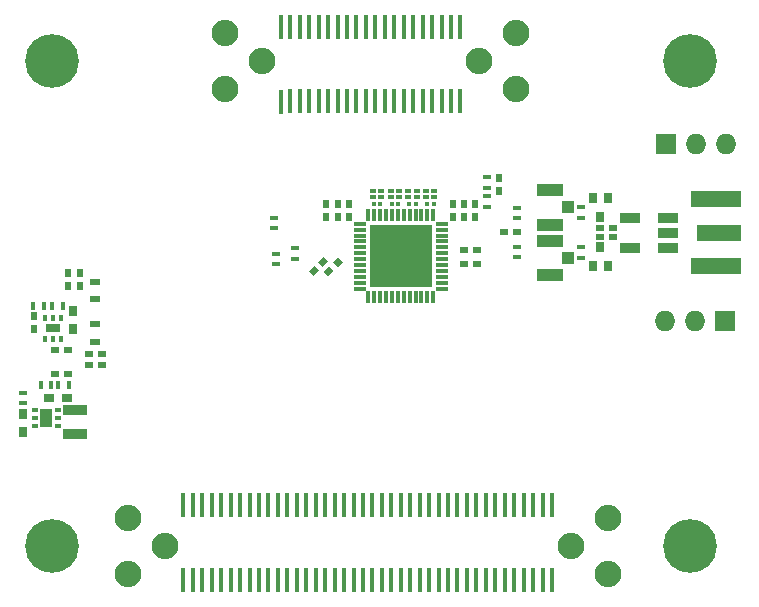
<source format=gts>
G04 #@! TF.FileFunction,Soldermask,Top*
%FSLAX46Y46*%
G04 Gerber Fmt 4.6, Leading zero omitted, Abs format (unit mm)*
G04 Created by KiCad (PCBNEW 4.0.7) date 08/22/18 22:13:16*
%MOMM*%
%LPD*%
G01*
G04 APERTURE LIST*
%ADD10C,0.100000*%
%ADD11O,2.250800X2.250800*%
%ADD12R,0.450800X2.150800*%
%ADD13R,0.550800X0.650800*%
%ADD14R,0.650800X0.550800*%
%ADD15R,0.800800X0.850800*%
%ADD16R,0.850800X0.800800*%
%ADD17R,0.950800X0.550800*%
%ADD18R,2.050800X0.850800*%
%ADD19C,4.550800*%
%ADD20R,0.650800X0.450800*%
%ADD21R,0.450800X0.650800*%
%ADD22R,0.590000X0.440000*%
%ADD23R,1.000200X1.600200*%
%ADD24R,0.360000X0.500000*%
%ADD25R,1.300200X0.800200*%
%ADD26R,5.300200X5.300200*%
%ADD27R,1.001600X0.351600*%
%ADD28R,0.351600X1.001600*%
%ADD29R,0.350800X0.400800*%
%ADD30R,0.480800X0.330800*%
%ADD31R,0.650800X0.850800*%
%ADD32R,2.250800X1.100800*%
%ADD33R,1.100800X1.050800*%
%ADD34R,1.750800X1.750800*%
%ADD35O,1.750800X1.750800*%
%ADD36R,1.700800X0.810800*%
%ADD37R,4.250800X1.320800*%
%ADD38R,3.750800X1.320800*%
G04 APERTURE END LIST*
D10*
D11*
X94550000Y-120000000D03*
X128950000Y-120000000D03*
X132075000Y-117625000D03*
X132075000Y-122375000D03*
X91425000Y-122375000D03*
X91425000Y-117625000D03*
D12*
X112150000Y-116600000D03*
X111350000Y-116600000D03*
X112950000Y-116600000D03*
X113750000Y-116600000D03*
X114550000Y-116600000D03*
X115350000Y-116600000D03*
X116150000Y-116600000D03*
X116950000Y-116600000D03*
X117750000Y-116600000D03*
X118550000Y-116600000D03*
X119350000Y-116600000D03*
X120150000Y-116600000D03*
X120950000Y-116600000D03*
X121750000Y-116600000D03*
X122550000Y-116600000D03*
X123350000Y-116600000D03*
X124150000Y-116600000D03*
X124950000Y-116600000D03*
X125750000Y-116600000D03*
X126550000Y-116600000D03*
X127350000Y-116600000D03*
X110550000Y-116600000D03*
X109750000Y-116600000D03*
X108950000Y-116600000D03*
X108150000Y-116600000D03*
X107350000Y-116600000D03*
X106550000Y-116600000D03*
X105750000Y-116600000D03*
X104950000Y-116600000D03*
X104150000Y-116600000D03*
X103350000Y-116600000D03*
X102550000Y-116600000D03*
X101750000Y-116600000D03*
X100950000Y-116600000D03*
X100150000Y-116600000D03*
X99350000Y-116600000D03*
X98550000Y-116600000D03*
X97750000Y-116600000D03*
X96950000Y-116600000D03*
X96150000Y-116600000D03*
X96150000Y-122900000D03*
X96950000Y-122900000D03*
X97750000Y-122900000D03*
X98550000Y-122900000D03*
X99350000Y-122900000D03*
X100150000Y-122900000D03*
X100950000Y-122900000D03*
X101750000Y-122900000D03*
X102550000Y-122900000D03*
X103350000Y-122900000D03*
X104150000Y-122900000D03*
X104950000Y-122900000D03*
X105750000Y-122900000D03*
X106550000Y-122900000D03*
X107350000Y-122900000D03*
X108150000Y-122900000D03*
X108950000Y-122900000D03*
X109750000Y-122900000D03*
X110550000Y-122900000D03*
X111350000Y-122900000D03*
X112150000Y-122900000D03*
X112950000Y-122900000D03*
X113750000Y-122900000D03*
X114550000Y-122900000D03*
X115350000Y-122900000D03*
X116150000Y-122900000D03*
X116950000Y-122900000D03*
X117750000Y-122900000D03*
X118550000Y-122900000D03*
X119350000Y-122900000D03*
X120150000Y-122900000D03*
X120950000Y-122900000D03*
X121750000Y-122900000D03*
X122550000Y-122900000D03*
X123350000Y-122900000D03*
X124150000Y-122900000D03*
X124950000Y-122900000D03*
X125750000Y-122900000D03*
X126550000Y-122900000D03*
X127350000Y-122900000D03*
D13*
X108250000Y-92150000D03*
X108250000Y-91050000D03*
X109200000Y-92150000D03*
X109200000Y-91050000D03*
X110150000Y-92150000D03*
X110150000Y-91050000D03*
X120850000Y-92150000D03*
X120850000Y-91050000D03*
X119900000Y-92150000D03*
X119900000Y-91050000D03*
X118950000Y-92150000D03*
X118950000Y-91050000D03*
X86400000Y-96950000D03*
X86400000Y-98050000D03*
X87400000Y-96950000D03*
X87400000Y-98050000D03*
D10*
G36*
X109274264Y-95586261D02*
X109663739Y-95975736D01*
X109203554Y-96435921D01*
X108814079Y-96046446D01*
X109274264Y-95586261D01*
X109274264Y-95586261D01*
G37*
G36*
X108496446Y-96364079D02*
X108885921Y-96753554D01*
X108425736Y-97213739D01*
X108036261Y-96824264D01*
X108496446Y-96364079D01*
X108496446Y-96364079D01*
G37*
G36*
X108024264Y-95536261D02*
X108413739Y-95925736D01*
X107953554Y-96385921D01*
X107564079Y-95996446D01*
X108024264Y-95536261D01*
X108024264Y-95536261D01*
G37*
G36*
X107246446Y-96314079D02*
X107635921Y-96703554D01*
X107175736Y-97163739D01*
X106786261Y-96774264D01*
X107246446Y-96314079D01*
X107246446Y-96314079D01*
G37*
D14*
X119875000Y-96175000D03*
X120975000Y-96175000D03*
D15*
X82550000Y-110350000D03*
X82550000Y-108850000D03*
D14*
X86350000Y-105500000D03*
X85250000Y-105500000D03*
D16*
X84750000Y-107500000D03*
X86250000Y-107500000D03*
D14*
X86350000Y-103400000D03*
X85250000Y-103400000D03*
D15*
X86800000Y-101650000D03*
X86800000Y-100150000D03*
D13*
X83500000Y-100600000D03*
X83500000Y-101700000D03*
D14*
X89250000Y-103800000D03*
X88150000Y-103800000D03*
X89250000Y-104700000D03*
X88150000Y-104700000D03*
X119875000Y-94950000D03*
X120975000Y-94950000D03*
X131450000Y-93100000D03*
X132550000Y-93100000D03*
X123300000Y-93450000D03*
X124400000Y-93450000D03*
D12*
X119600000Y-76100000D03*
D11*
X121200000Y-79000000D03*
X102800000Y-79000000D03*
X99675000Y-81375000D03*
X99675000Y-76625000D03*
X124325000Y-76625000D03*
X124325000Y-81375000D03*
D12*
X104400000Y-82425000D03*
X105200000Y-82400000D03*
X106000000Y-82400000D03*
X106800000Y-82400000D03*
X107600000Y-82400000D03*
X108400000Y-82400000D03*
X109200000Y-82400000D03*
X110000000Y-82400000D03*
X110800000Y-82400000D03*
X111600000Y-82400000D03*
X112400000Y-82400000D03*
X113200000Y-82400000D03*
X114000000Y-82400000D03*
X114800000Y-82400000D03*
X115600000Y-82400000D03*
X116400000Y-82400000D03*
X117200000Y-82400000D03*
X118000000Y-82400000D03*
X118800000Y-82400000D03*
X119600000Y-82400000D03*
X118800000Y-76100000D03*
X118000000Y-76100000D03*
X117200000Y-76100000D03*
X116400000Y-76100000D03*
X115600000Y-76100000D03*
X114800000Y-76100000D03*
X114000000Y-76100000D03*
X113200000Y-76100000D03*
X112400000Y-76100000D03*
X111600000Y-76100000D03*
X110800000Y-76100000D03*
X110000000Y-76100000D03*
X109200000Y-76100000D03*
X108400000Y-76100000D03*
X107600000Y-76100000D03*
X106800000Y-76100000D03*
X106000000Y-76100000D03*
X105200000Y-76100000D03*
X104400000Y-76100000D03*
D17*
X88700000Y-99150000D03*
X88700000Y-97650000D03*
D18*
X87000000Y-110525000D03*
X87000000Y-108525000D03*
D17*
X88700000Y-101250000D03*
X88700000Y-102750000D03*
D19*
X85000000Y-120000000D03*
X85000000Y-79000000D03*
X139000000Y-79000000D03*
X139000000Y-120000000D03*
D20*
X82600000Y-107050000D03*
X82600000Y-107950000D03*
D21*
X86450000Y-106400000D03*
X85550000Y-106400000D03*
X85930000Y-99700000D03*
X85030000Y-99700000D03*
X84950000Y-106400000D03*
X84050000Y-106400000D03*
X84350000Y-99700000D03*
X83450000Y-99700000D03*
D20*
X104000000Y-96200000D03*
X104000000Y-95300000D03*
X105600000Y-95700000D03*
X105600000Y-94800000D03*
X103800000Y-93150000D03*
X103800000Y-92250000D03*
X129800000Y-91350000D03*
X129800000Y-92250000D03*
X124400000Y-91400000D03*
X124400000Y-92300000D03*
X121850000Y-91300000D03*
X121850000Y-90400000D03*
X124400000Y-94700000D03*
X124400000Y-95600000D03*
D22*
X85525000Y-109850000D03*
X85525000Y-109200000D03*
X85525000Y-108550000D03*
X83575000Y-108550000D03*
X83575000Y-109200000D03*
X83575000Y-109850000D03*
D23*
X84550000Y-109200000D03*
D24*
X85750000Y-100700000D03*
X85100000Y-100700000D03*
X84450000Y-100700000D03*
X85750000Y-102500000D03*
X85100000Y-102500000D03*
X84450000Y-102500000D03*
D25*
X85100000Y-101600000D03*
D26*
X114550000Y-95500000D03*
D27*
X111100000Y-92750000D03*
X111100000Y-93250000D03*
X111100000Y-93750000D03*
X111100000Y-94250000D03*
X111100000Y-94750000D03*
X111100000Y-95250000D03*
X111100000Y-95750000D03*
X111100000Y-96250000D03*
X111100000Y-96750000D03*
X111100000Y-97250000D03*
X111100000Y-97750000D03*
X111100000Y-98250000D03*
D28*
X111800000Y-98950000D03*
X112300000Y-98950000D03*
X112800000Y-98950000D03*
X113300000Y-98950000D03*
X113800000Y-98950000D03*
X114300000Y-98950000D03*
X114800000Y-98950000D03*
X115300000Y-98950000D03*
X115800000Y-98950000D03*
X116300000Y-98950000D03*
X116800000Y-98950000D03*
X117300000Y-98950000D03*
D27*
X118000000Y-98250000D03*
X118000000Y-97750000D03*
X118000000Y-97250000D03*
X118000000Y-96750000D03*
X118000000Y-96250000D03*
X118000000Y-95750000D03*
X118000000Y-95250000D03*
X118000000Y-94750000D03*
X118000000Y-94250000D03*
X118000000Y-93750000D03*
X118000000Y-93250000D03*
X118000000Y-92750000D03*
D28*
X117300000Y-92050000D03*
X116800000Y-92050000D03*
X116300000Y-92050000D03*
X115800000Y-92050000D03*
X115300000Y-92050000D03*
X114800000Y-92050000D03*
X114300000Y-92050000D03*
X113800000Y-92050000D03*
X113300000Y-92050000D03*
X112800000Y-92050000D03*
X112300000Y-92050000D03*
X111800000Y-92050000D03*
D29*
X112270000Y-91100000D03*
X112830000Y-91100000D03*
X113770000Y-91100000D03*
X114330000Y-91100000D03*
X115270000Y-91100000D03*
X115830000Y-91100000D03*
X116770000Y-91100000D03*
X117330000Y-91100000D03*
D30*
X112200000Y-90460000D03*
X112200000Y-89940000D03*
X112900000Y-90460000D03*
X112900000Y-89940000D03*
X113700000Y-90460000D03*
X113700000Y-89940000D03*
X114400000Y-90460000D03*
X114400000Y-89940000D03*
X115200000Y-90460000D03*
X115200000Y-89940000D03*
X115900000Y-90460000D03*
X115900000Y-89940000D03*
X116700000Y-90460000D03*
X116700000Y-89940000D03*
X117400000Y-90460000D03*
X117400000Y-89940000D03*
D13*
X122850000Y-90000000D03*
X122850000Y-88900000D03*
D14*
X131450000Y-93850000D03*
X132550000Y-93850000D03*
D31*
X132100000Y-90600000D03*
X130800000Y-90600000D03*
X131450000Y-92200000D03*
X130800000Y-96350000D03*
X132100000Y-96350000D03*
X131450000Y-94750000D03*
D32*
X127150000Y-92825000D03*
X127150000Y-89875000D03*
D33*
X128675000Y-91350000D03*
D32*
X127150000Y-97125000D03*
X127150000Y-94175000D03*
D33*
X128675000Y-95650000D03*
D34*
X137000000Y-86000000D03*
D35*
X139540000Y-86000000D03*
X142080000Y-86000000D03*
D34*
X142000000Y-101000000D03*
D35*
X139460000Y-101000000D03*
X136920000Y-101000000D03*
D20*
X121850000Y-89700000D03*
X121850000Y-88800000D03*
X129800000Y-95650000D03*
X129800000Y-94750000D03*
D36*
X137140000Y-92230000D03*
X137140000Y-93500000D03*
X137140000Y-94770000D03*
X133960000Y-94770000D03*
X133960000Y-92230000D03*
D37*
X141250000Y-90635000D03*
D38*
X141500000Y-93500000D03*
D37*
X141250000Y-96365000D03*
M02*

</source>
